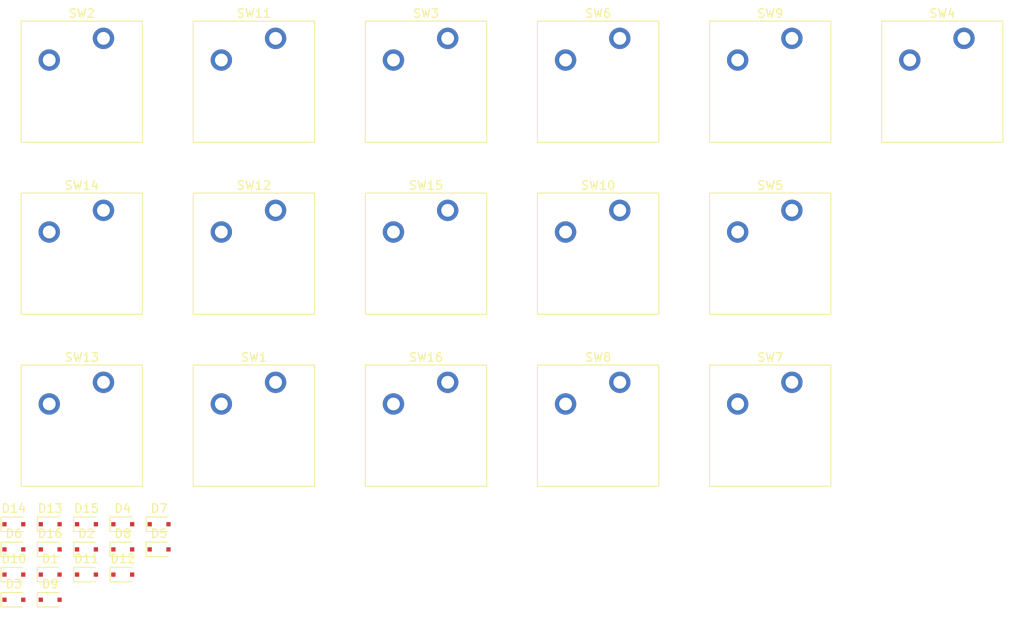
<source format=kicad_pcb>
(kicad_pcb (version 20211014) (generator pcbnew)
  (layers (0 "F.Cu" signal) (31 "B.Cu" signal) (34 "B.Paste" user) (35 "F.Paste" user) (36 "B.SilkS" user "B.Silkscreen") (37 "F.SilkS" user "F.Silkscreen") (38 "B.Mask" user) (39 "F.Mask" user) (44 "Edge.Cuts" user))
  (net 0 "")
  (net 1 "ROW0")
  (net 2 "Net-(SW1-Pad2)")
  (net 3 "Net-(D2-Pad2)")
  (net 4 "Net-(D3-Pad2)")
  (net 5 "Net-(D4-Pad2)")
  (net 6 "ROW1")
  (net 7 "Net-(D5-Pad2)")
  (net 8 "Net-(D6-Pad2)")
  (net 9 "Net-(D7-Pad2)")
  (net 10 "Net-(D8-Pad2)")
  (net 11 "ROW2")
  (net 12 "Net-(D9-Pad2)")
  (net 13 "Net-(D10-Pad2)")
  (net 14 "Net-(D11-Pad2)")
  (net 15 "Net-(D12-Pad2)")
  (net 16 "ROW3")
  (net 17 "Net-(D13-Pad2)")
  (net 18 "Net-(D14-Pad2)")
  (net 19 "Net-(D15-Pad2)")
  (net 20 "Net-(D16-Pad2)")
  (net 21 "COL0")
  (net 22 "COL1")
  (net 23 "COL2")
  (net 24 "COL3")
  (footprint "Switch_Keyboard_Cherry_MX:SW_Cherry_MX_PCB_1.00u" (layer "F.Cu") (at 88.9 -65.7)
    (fp_text reference "SW9" (at 0 -8) (layer "F.SilkS"))
    (fp_text value "SW_Push")
    (fp_line (start 7.1 -7.1) (end -7.1 -7.1) (layer "F.SilkS") (width 0.12))
    (fp_line (start -7.1 -7.1) (end -7.1 7.1) (layer "F.SilkS") (width 0.12))
    (fp_line (start 7.1 7.1) (end 7.1 -7.1) (layer "F.SilkS") (width 0.12))
    (fp_line (start -7.1 7.1) (end 7.1 7.1) (layer "F.SilkS") (width 0.12))
    (pad "" np_thru_hole circle locked (at -5.08 0) (size 1.75 1.75) (drill 1.75) (layers *.Cu *.Mask))
    (pad "" np_thru_hole circle locked (at 0 0) (size 4 4) (drill 4) (layers *.Cu *.Mask))
    (pad "" np_thru_hole circle locked (at 5.08 0) (size 1.75 1.75) (drill 1.75) (layers *.Cu *.Mask))
    (pad "1" thru_hole circle locked (at -3.81 -2.54) (size 2.5 2.5) (drill 1.5) (layers *.Cu "B.Mask") (net 21 "COL0"))
    (pad "2" thru_hole circle locked (at 2.54 -5.08) (size 2.5 2.5) (drill 1.5) (layers *.Cu "B.Mask") (net 12 "Net-(D9-Pad2)"))
  )
  (footprint "Switch_Keyboard_Cherry_MX:SW_Cherry_MX_PCB_1.00u" (layer "F.Cu") (at 68.75 -45.55)
    (fp_text reference "SW10" (at 0 -8) (layer "F.SilkS"))
    (fp_text value "SW_Push")
    (fp_line (start 7.1 -7.1) (end -7.1 -7.1) (layer "F.SilkS") (width 0.12))
    (fp_line (start 7.1 7.1) (end 7.1 -7.1) (layer "F.SilkS") (width 0.12))
    (fp_line (start -7.1 -7.1) (end -7.1 7.1) (layer "F.SilkS") (width 0.12))
    (fp_line (start -7.1 7.1) (end 7.1 7.1) (layer "F.SilkS") (width 0.12))
    (pad "" np_thru_hole circle locked (at 5.08 0) (size 1.75 1.75) (drill 1.75) (layers *.Cu *.Mask))
    (pad "" np_thru_hole circle locked (at 0 0) (size 4 4) (drill 4) (layers *.Cu *.Mask))
    (pad "" np_thru_hole circle locked (at -5.08 0) (size 1.75 1.75) (drill 1.75) (layers *.Cu *.Mask))
    (pad "1" thru_hole circle locked (at -3.81 -2.54) (size 2.5 2.5) (drill 1.5) (layers *.Cu "B.Mask") (net 22 "COL1"))
    (pad "2" thru_hole circle locked (at 2.54 -5.08) (size 2.5 2.5) (drill 1.5) (layers *.Cu "B.Mask") (net 13 "Net-(D10-Pad2)"))
  )
  (footprint "Switch_Keyboard_Cherry_MX:SW_Cherry_MX_PCB_1.00u" (layer "F.Cu") (at 28.45 -45.55)
    (fp_text reference "SW12" (at 0 -8) (layer "F.SilkS"))
    (fp_text value "SW_Push")
    (fp_line (start -7.1 -7.1) (end -7.1 7.1) (layer "F.SilkS") (width 0.12))
    (fp_line (start -7.1 7.1) (end 7.1 7.1) (layer "F.SilkS") (width 0.12))
    (fp_line (start 7.1 -7.1) (end -7.1 -7.1) (layer "F.SilkS") (width 0.12))
    (fp_line (start 7.1 7.1) (end 7.1 -7.1) (layer "F.SilkS") (width 0.12))
    (pad "" np_thru_hole circle locked (at 5.08 0) (size 1.75 1.75) (drill 1.75) (layers *.Cu *.Mask))
    (pad "" np_thru_hole circle locked (at 0 0) (size 4 4) (drill 4) (layers *.Cu *.Mask))
    (pad "" np_thru_hole circle locked (at -5.08 0) (size 1.75 1.75) (drill 1.75) (layers *.Cu *.Mask))
    (pad "1" thru_hole circle locked (at -3.81 -2.54) (size 2.5 2.5) (drill 1.5) (layers *.Cu "B.Mask") (net 24 "COL3"))
    (pad "2" thru_hole circle locked (at 2.54 -5.08) (size 2.5 2.5) (drill 1.5) (layers *.Cu "B.Mask") (net 15 "Net-(D12-Pad2)"))
  )
  (footprint "Diode_SMD:D_SOD-323F" (layer "F.Cu") (at 13.1 -7.95)
    (fp_text reference "D12" (at 0 -1.85) (layer "F.SilkS"))
    (fp_text value "D")
    (fp_line (start -1.5 -0.85) (end 1.05 -0.85) (layer "F.SilkS") (width 0.12))
    (fp_line (start -1.5 -0.85) (end -1.5 0.85) (layer "F.SilkS") (width 0.12))
    (fp_line (start -1.5 0.85) (end 1.05 0.85) (layer "F.SilkS") (width 0.12))
    (pad "1" smd rect (at -1.1 0) (size 0.5 0.5) (layers "F.Cu" "F.Paste" "F.Mask") (net 11 "ROW2"))
    (pad "2" smd rect (at 1.1 0) (size 0.5 0.5) (layers "F.Cu" "F.Paste" "F.Mask") (net 15 "Net-(D12-Pad2)"))
  )
  (footprint "Diode_SMD:D_SOD-323F" (layer "F.Cu") (at 8.85 -13.85)
    (fp_text reference "D15" (at 0 -1.85) (layer "F.SilkS"))
    (fp_text value "D")
    (fp_line (start -1.5 -0.85) (end -1.5 0.85) (layer "F.SilkS") (width 0.12))
    (fp_line (start -1.5 0.85) (end 1.05 0.85) (layer "F.SilkS") (width 0.12))
    (fp_line (start -1.5 -0.85) (end 1.05 -0.85) (layer "F.SilkS") (width 0.12))
    (pad "1" smd rect (at -1.1 0) (size 0.5 0.5) (layers "F.Cu" "F.Paste" "F.Mask") (net 16 "ROW3"))
    (pad "2" smd rect (at 1.1 0) (size 0.5 0.5) (layers "F.Cu" "F.Paste" "F.Mask") (net 19 "Net-(D15-Pad2)"))
  )
  (footprint "Switch_Keyboard_Cherry_MX:SW_Cherry_MX_PCB_1.00u" (layer "F.Cu") (at 88.9 -45.55)
    (fp_text reference "SW5" (at 0 -8) (layer "F.SilkS"))
    (fp_text value "SW_Push")
    (fp_line (start 7.1 -7.1) (end -7.1 -7.1) (layer "F.SilkS") (width 0.12))
    (fp_line (start 7.1 7.1) (end 7.1 -7.1) (layer "F.SilkS") (width 0.12))
    (fp_line (start -7.1 7.1) (end 7.1 7.1) (layer "F.SilkS") (width 0.12))
    (fp_line (start -7.1 -7.1) (end -7.1 7.1) (layer "F.SilkS") (width 0.12))
    (pad "" np_thru_hole circle locked (at 5.08 0) (size 1.75 1.75) (drill 1.75) (layers *.Cu *.Mask))
    (pad "" np_thru_hole circle locked (at -5.08 0) (size 1.75 1.75) (drill 1.75) (layers *.Cu *.Mask))
    (pad "" np_thru_hole circle locked (at 0 0) (size 4 4) (drill 4) (layers *.Cu *.Mask))
    (pad "1" thru_hole circle locked (at -3.81 -2.54) (size 2.5 2.5) (drill 1.5) (layers *.Cu "B.Mask") (net 21 "COL0"))
    (pad "2" thru_hole circle locked (at 2.54 -5.08) (size 2.5 2.5) (drill 1.5) (layers *.Cu "B.Mask") (net 7 "Net-(D5-Pad2)"))
  )
  (footprint "Diode_SMD:D_SOD-323F" (layer "F.Cu") (at 4.6 -5)
    (fp_text reference "D9" (at 0 -1.85) (layer "F.SilkS"))
    (fp_text value "D")
    (fp_line (start -1.5 -0.85) (end 1.05 -0.85) (layer "F.SilkS") (width 0.12))
    (fp_line (start -1.5 0.85) (end 1.05 0.85) (layer "F.SilkS") (width 0.12))
    (fp_line (start -1.5 -0.85) (end -1.5 0.85) (layer "F.SilkS") (width 0.12))
    (pad "1" smd rect (at -1.1 0) (size 0.5 0.5) (layers "F.Cu" "F.Paste" "F.Mask") (net 11 "ROW2"))
    (pad "2" smd rect (at 1.1 0) (size 0.5 0.5) (layers "F.Cu" "F.Paste" "F.Mask") (net 12 "Net-(D9-Pad2)"))
  )
  (footprint "Switch_Keyboard_Cherry_MX:SW_Cherry_MX_PCB_1.00u" (layer "F.Cu") (at 68.75 -25.4)
    (fp_text reference "SW8" (at 0 -8) (layer "F.SilkS"))
    (fp_text value "SW_Push")
    (fp_line (start 7.1 7.1) (end 7.1 -7.1) (layer "F.SilkS") (width 0.12))
    (fp_line (start -7.1 7.1) (end 7.1 7.1) (layer "F.SilkS") (width 0.12))
    (fp_line (start 7.1 -7.1) (end -7.1 -7.1) (layer "F.SilkS") (width 0.12))
    (fp_line (start -7.1 -7.1) (end -7.1 7.1) (layer "F.SilkS") (width 0.12))
    (pad "" np_thru_hole circle locked (at 5.08 0) (size 1.75 1.75) (drill 1.75) (layers *.Cu *.Mask))
    (pad "" np_thru_hole circle locked (at 0 0) (size 4 4) (drill 4) (layers *.Cu *.Mask))
    (pad "" np_thru_hole circle locked (at -5.08 0) (size 1.75 1.75) (drill 1.75) (layers *.Cu *.Mask))
    (pad "1" thru_hole circle locked (at -3.81 -2.54) (size 2.5 2.5) (drill 1.5) (layers *.Cu "B.Mask") (net 24 "COL3"))
    (pad "2" thru_hole circle locked (at 2.54 -5.08) (size 2.5 2.5) (drill 1.5) (layers *.Cu "B.Mask") (net 10 "Net-(D8-Pad2)"))
  )
  (footprint "Switch_Keyboard_Cherry_MX:SW_Cherry_MX_PCB_1.00u" (layer "F.Cu") (at 28.45 -65.7)
    (fp_text reference "SW11" (at 0 -8) (layer "F.SilkS"))
    (fp_text value "SW_Push")
    (fp_line (start -7.1 -7.1) (end -7.1 7.1) (layer "F.SilkS") (width 0.12))
    (fp_line (start 7.1 -7.1) (end -7.1 -7.1) (layer "F.SilkS") (width 0.12))
    (fp_line (start -7.1 7.1) (end 7.1 7.1) (layer "F.SilkS") (width 0.12))
    (fp_line (start 7.1 7.1) (end 7.1 -7.1) (layer "F.SilkS") (width 0.12))
    (pad "" np_thru_hole circle locked (at -5.08 0) (size 1.75 1.75) (drill 1.75) (layers *.Cu *.Mask))
    (pad "" np_thru_hole circle locked (at 5.08 0) (size 1.75 1.75) (drill 1.75) (layers *.Cu *.Mask))
    (pad "" np_thru_hole circle locked (at 0 0) (size 4 4) (drill 4) (layers *.Cu *.Mask))
    (pad "1" thru_hole circle locked (at -3.81 -2.54) (size 2.5 2.5) (drill 1.5) (layers *.Cu "B.Mask") (net 23 "COL2"))
    (pad "2" thru_hole circle locked (at 2.54 -5.08) (size 2.5 2.5) (drill 1.5) (layers *.Cu "B.Mask") (net 14 "Net-(D11-Pad2)"))
  )
  (footprint "Diode_SMD:D_SOD-323F" (layer "F.Cu") (at 0.35 -13.85)
    (fp_text reference "D14" (at 0 -1.85) (layer "F.SilkS"))
    (fp_text value "D")
    (fp_line (start -1.5 0.85) (end 1.05 0.85) (layer "F.SilkS") (width 0.12))
    (fp_line (start -1.5 -0.85) (end 1.05 -0.85) (layer "F.SilkS") (width 0.12))
    (fp_line (start -1.5 -0.85) (end -1.5 0.85) (layer "F.SilkS") (width 0.12))
    (pad "1" smd rect (at -1.1 0) (size 0.5 0.5) (layers "F.Cu" "F.Paste" "F.Mask") (net 16 "ROW3"))
    (pad "2" smd rect (at 1.1 0) (size 0.5 0.5) (layers "F.Cu" "F.Paste" "F.Mask") (net 18 "Net-(D14-Pad2)"))
  )
  (footprint "Switch_Keyboard_Cherry_MX:SW_Cherry_MX_PCB_1.00u" (layer "F.Cu") (at 48.6 -65.7)
    (fp_text reference "SW3" (at 0 -8) (layer "F.SilkS"))
    (fp_text value "SW_Push")
    (fp_line (start -7.1 -7.1) (end -7.1 7.1) (layer "F.SilkS") (width 0.12))
    (fp_line (start -7.1 7.1) (end 7.1 7.1) (layer "F.SilkS") (width 0.12))
    (fp_line (start 7.1 -7.1) (end -7.1 -7.1) (layer "F.SilkS") (width 0.12))
    (fp_line (start 7.1 7.1) (end 7.1 -7.1) (layer "F.SilkS") (width 0.12))
    (pad "" np_thru_hole circle locked (at 5.08 0) (size 1.75 1.75) (drill 1.75) (layers *.Cu *.Mask))
    (pad "" np_thru_hole circle locked (at 0 0) (size 4 4) (drill 4) (layers *.Cu *.Mask))
    (pad "" np_thru_hole circle locked (at -5.08 0) (size 1.75 1.75) (drill 1.75) (layers *.Cu *.Mask))
    (pad "1" thru_hole circle locked (at -3.81 -2.54) (size 2.5 2.5) (drill 1.5) (layers *.Cu "B.Mask") (net 23 "COL2"))
    (pad "2" thru_hole circle locked (at 2.54 -5.08) (size 2.5 2.5) (drill 1.5) (layers *.Cu "B.Mask") (net 4 "Net-(D3-Pad2)"))
  )
  (footprint "Diode_SMD:D_SOD-323F" (layer "F.Cu") (at 13.1 -10.9)
    (fp_text reference "D8" (at 0 -1.85) (layer "F.SilkS"))
    (fp_text value "D")
    (fp_line (start -1.5 -0.85) (end 1.05 -0.85) (layer "F.SilkS") (width 0.12))
    (fp_line (start -1.5 0.85) (end 1.05 0.85) (layer "F.SilkS") (width 0.12))
    (fp_line (start -1.5 -0.85) (end -1.5 0.85) (layer "F.SilkS") (width 0.12))
    (pad "1" smd rect (at -1.1 0) (size 0.5 0.5) (layers "F.Cu" "F.Paste" "F.Mask") (net 6 "ROW1"))
    (pad "2" smd rect (at 1.1 0) (size 0.5 0.5) (layers "F.Cu" "F.Paste" "F.Mask") (net 10 "Net-(D8-Pad2)"))
  )
  (footprint "Switch_Keyboard_Cherry_MX:SW_Cherry_MX_PCB_1.00u" (layer "F.Cu") (at 8.3 -25.4)
    (fp_text reference "SW13" (at 0 -8) (layer "F.SilkS"))
    (fp_text value "SW_Push")
    (fp_line (start -7.1 7.1) (end 7.1 7.1) (layer "F.SilkS") (width 0.12))
    (fp_line (start 7.1 -7.1) (end -7.1 -7.1) (layer "F.SilkS") (width 0.12))
    (fp_line (start 7.1 7.1) (end 7.1 -7.1) (layer "F.SilkS") (width 0.12))
    (fp_line (start -7.1 -7.1) (end -7.1 7.1) (layer "F.SilkS") (width 0.12))
    (pad "" np_thru_hole circle locked (at 5.08 0) (size 1.75 1.75) (drill 1.75) (layers *.Cu *.Mask))
    (pad "" np_thru_hole circle locked (at -5.08 0) (size 1.75 1.75) (drill 1.75) (layers *.Cu *.Mask))
    (pad "" np_thru_hole circle locked (at 0 0) (size 4 4) (drill 4) (layers *.Cu *.Mask))
    (pad "1" thru_hole circle locked (at -3.81 -2.54) (size 2.5 2.5) (drill 1.5) (layers *.Cu "B.Mask") (net 21 "COL0"))
    (pad "2" thru_hole circle locked (at 2.54 -5.08) (size 2.5 2.5) (drill 1.5) (layers *.Cu "B.Mask") (net 17 "Net-(D13-Pad2)"))
  )
  (footprint "Diode_SMD:D_SOD-323F" (layer "F.Cu") (at 13.1 -13.85)
    (fp_text reference "D4" (at 0 -1.85) (layer "F.SilkS"))
    (fp_text value "D")
    (fp_line (start -1.5 -0.85) (end -1.5 0.85) (layer "F.SilkS") (width 0.12))
    (fp_line (start -1.5 -0.85) (end 1.05 -0.85) (layer "F.SilkS") (width 0.12))
    (fp_line (start -1.5 0.85) (end 1.05 0.85) (layer "F.SilkS") (width 0.12))
    (pad "1" smd rect (at -1.1 0) (size 0.5 0.5) (layers "F.Cu" "F.Paste" "F.Mask") (net 1 "ROW0"))
    (pad "2" smd rect (at 1.1 0) (size 0.5 0.5) (layers "F.Cu" "F.Paste" "F.Mask") (net 5 "Net-(D4-Pad2)"))
  )
  (footprint "Switch_Keyboard_Cherry_MX:SW_Cherry_MX_PCB_1.00u" (layer "F.Cu") (at 68.75 -65.7)
    (fp_text reference "SW6" (at 0 -8) (layer "F.SilkS"))
    (fp_text value "SW_Push")
    (fp_line (start 7.1 -7.1) (end -7.1 -7.1) (layer "F.SilkS") (width 0.12))
    (fp_line (start -7.1 7.1) (end 7.1 7.1) (layer "F.SilkS") (width 0.12))
    (fp_line (start 7.1 7.1) (end 7.1 -7.1) (layer "F.SilkS") (width 0.12))
    (fp_line (start -7.1 -7.1) (end -7.1 7.1) (layer "F.SilkS") (width 0.12))
    (pad "" np_thru_hole circle locked (at 5.08 0) (size 1.75 1.75) (drill 1.75) (layers *.Cu *.Mask))
    (pad "" np_thru_hole circle locked (at 0 0) (size 4 4) (drill 4) (layers *.Cu *.Mask))
    (pad "" np_thru_hole circle locked (at -5.08 0) (size 1.75 1.75) (drill 1.75) (layers *.Cu *.Mask))
    (pad "1" thru_hole circle locked (at -3.81 -2.54) (size 2.5 2.5) (drill 1.5) (layers *.Cu "B.Mask") (net 22 "COL1"))
    (pad "2" thru_hole circle locked (at 2.54 -5.08) (size 2.5 2.5) (drill 1.5) (layers *.Cu "B.Mask") (net 8 "Net-(D6-Pad2)"))
  )
  (footprint "Diode_SMD:D_SOD-323F" (layer "F.Cu") (at 0.35 -5)
    (fp_text reference "D3" (at 0 -1.85) (layer "F.SilkS"))
    (fp_text value "D")
    (fp_line (start -1.5 -0.85) (end -1.5 0.85) (layer "F.SilkS") (width 0.12))
    (fp_line (start -1.5 -0.85) (end 1.05 -0.85) (layer "F.SilkS") (width 0.12))
    (fp_line (start -1.5 0.85) (end 1.05 0.85) (layer "F.SilkS") (width 0.12))
    (pad "1" smd rect (at -1.1 0) (size 0.5 0.5) (layers "F.Cu" "F.Paste" "F.Mask") (net 1 "ROW0"))
    (pad "2" smd rect (at 1.1 0) (size 0.5 0.5) (layers "F.Cu" "F.Paste" "F.Mask") (net 4 "Net-(D3-Pad2)"))
  )
  (footprint "Diode_SMD:D_SOD-323F" (layer "F.Cu") (at 17.35 -13.85)
    (fp_text reference "D7" (at 0 -1.85) (layer "F.SilkS"))
    (fp_text value "D")
    (fp_line (start -1.5 -0.85) (end 1.05 -0.85) (layer "F.SilkS") (width 0.12))
    (fp_line (start -1.5 0.85) (end 1.05 0.85) (layer "F.SilkS") (width 0.12))
    (fp_line (start -1.5 -0.85) (end -1.5 0.85) (layer "F.SilkS") (width 0.12))
    (pad "1" smd rect (at -1.1 0) (size 0.5 0.5) (layers "F.Cu" "F.Paste" "F.Mask") (net 6 "ROW1"))
    (pad "2" smd rect (at 1.1 0) (size 0.5 0.5) (layers "F.Cu" "F.Paste" "F.Mask") (net 9 "Net-(D7-Pad2)"))
  )
  (footprint "Switch_Keyboard_Cherry_MX:SW_Cherry_MX_PCB_1.00u" (layer "F.Cu") (at 8.3 -45.55)
    (fp_text reference "SW14" (at 0 -8) (layer "F.SilkS"))
    (fp_text value "SW_Push")
    (fp_line (start -7.1 7.1) (end 7.1 7.1) (layer "F.SilkS") (width 0.12))
    (fp_line (start -7.1 -7.1) (end -7.1 7.1) (layer "F.SilkS") (width 0.12))
    (fp_line (start 7.1 7.1) (end 7.1 -7.1) (layer "F.SilkS") (width 0.12))
    (fp_line (start 7.1 -7.1) (end -7.1 -7.1) (layer "F.SilkS") (width 0.12))
    (pad "" np_thru_hole circle locked (at 0 0) (size 4 4) (drill 4) (layers *.Cu *.Mask))
    (pad "" np_thru_hole circle locked (at -5.08 0) (size 1.75 1.75) (drill 1.75) (layers *.Cu *.Mask))
    (pad "" np_thru_hole circle locked (at 5.08 0) (size 1.75 1.75) (drill 1.75) (layers *.Cu *.Mask))
    (pad "1" thru_hole circle locked (at -3.81 -2.54) (size 2.5 2.5) (drill 1.5) (layers *.Cu "B.Mask") (net 22 "COL1"))
    (pad "2" thru_hole circle locked (at 2.54 -5.08) (size 2.5 2.5) (drill 1.5) (layers *.Cu "B.Mask") (net 18 "Net-(D14-Pad2)"))
  )
  (footprint "Diode_SMD:D_SOD-323F" (layer "F.Cu") (at 4.6 -7.95)
    (fp_text reference "D1" (at 0 -1.85) (layer "F.SilkS"))
    (fp_text value "D")
    (fp_line (start -1.5 0.85) (end 1.05 0.85) (layer "F.SilkS") (width 0.12))
    (fp_line (start -1.5 -0.85) (end -1.5 0.85) (layer "F.SilkS") (width 0.12))
    (fp_line (start -1.5 -0.85) (end 1.05 -0.85) (layer "F.SilkS") (width 0.12))
    (pad "1" smd rect (at -1.1 0) (size 0.5 0.5) (layers "F.Cu" "F.Paste" "F.Mask") (net 1 "ROW0"))
    (pad "2" smd rect (at 1.1 0) (size 0.5 0.5) (layers "F.Cu" "F.Paste" "F.Mask") (net 2 "Net-(SW1-Pad2)"))
  )
  (footprint "Diode_SMD:D_SOD-323F" (layer "F.Cu") (at 0.35 -7.95)
    (fp_text reference "D10" (at 0 -1.85) (layer "F.SilkS"))
    (fp_text value "D")
    (fp_line (start -1.5 -0.85) (end 1.05 -0.85) (layer "F.SilkS") (width 0.12))
    (fp_line (start -1.5 0.85) (end 1.05 0.85) (layer "F.SilkS") (width 0.12))
    (fp_line (start -1.5 -0.85) (end -1.5 0.85) (layer "F.SilkS") (width 0.12))
    (pad "1" smd rect (at -1.1 0) (size 0.5 0.5) (layers "F.Cu" "F.Paste" "F.Mask") (net 11 "ROW2"))
    (pad "2" smd rect (at 1.1 0) (size 0.5 0.5) (layers "F.Cu" "F.Paste" "F.Mask") (net 13 "Net-(D10-Pad2)"))
  )
  (footprint "Diode_SMD:D_SOD-323F" (layer "F.Cu") (at 4.6 -10.9)
    (fp_text reference "D16" (at 0 -1.85) (layer "F.SilkS"))
    (fp_text value "D")
    (fp_line (start -1.5 -0.85) (end 1.05 -0.85) (layer "F.SilkS") (width 0.12))
    (fp_line (start -1.5 0.85) (end 1.05 0.85) (layer "F.SilkS") (width 0.12))
    (fp_line (start -1.5 -0.85) (end -1.5 0.85) (layer "F.SilkS") (width 0.12))
    (pad "1" smd rect (at -1.1 0) (size 0.5 0.5) (layers "F.Cu" "F.Paste" "F.Mask") (net 16 "ROW3"))
    (pad "2" smd rect (at 1.1 0) (size 0.5 0.5) (layers "F.Cu" "F.Paste" "F.Mask") (net 20 "Net-(D16-Pad2)"))
  )
  (footprint "Switch_Keyboard_Cherry_MX:SW_Cherry_MX_PCB_1.00u" (layer "F.Cu") (at 48.6 -45.55)
    (fp_text reference "SW15" (at 0 -8) (layer "F.SilkS"))
    (fp_text value "SW_Push")
    (fp_line (start 7.1 7.1) (end 7.1 -7.1) (layer "F.SilkS") (width 0.12))
    (fp_line (start 7.1 -7.1) (end -7.1 -7.1) (layer "F.SilkS") (width 0.12))
    (fp_line (start -7.1 7.1) (end 7.1 7.1) (layer "F.SilkS") (width 0.12))
    (fp_line (start -7.1 -7.1) (end -7.1 7.1) (layer "F.SilkS") (width 0.12))
    (pad "" np_thru_hole circle locked (at 5.08 0) (size 1.75 1.75) (drill 1.75) (layers *.Cu *.Mask))
    (pad "" np_thru_hole circle locked (at -5.08 0) (size 1.75 1.75) (drill 1.75) (layers *.Cu *.Mask))
    (pad "" np_thru_hole circle locked (at 0 0) (size 4 4) (drill 4) (layers *.Cu *.Mask))
    (pad "1" thru_hole circle locked (at -3.81 -2.54) (size 2.5 2.5) (drill 1.5) (layers *.Cu "B.Mask") (net 23 "COL2"))
    (pad "2" thru_hole circle locked (at 2.54 -5.08) (size 2.5 2.5) (drill 1.5) (layers *.Cu "B.Mask") (net 19 "Net-(D15-Pad2)"))
  )
  (footprint "Switch_Keyboard_Cherry_MX:SW_Cherry_MX_PCB_1.00u" (layer "F.Cu") (at 109.05 -65.7)
    (fp_text reference "SW4" (at 0 -8) (layer "F.SilkS"))
    (fp_text value "SW_Push")
    (fp_line (start 7.1 7.1) (end 7.1 -7.1) (layer "F.SilkS") (width 0.12))
    (fp_line (start -7.1 -7.1) (end -7.1 7.1) (layer "F.SilkS") (width 0.12))
    (fp_line (start -7.1 7.1) (end 7.1 7.1) (layer "F.SilkS") (width 0.12))
    (fp_line (start 7.1 -7.1) (end -7.1 -7.1) (layer "F.SilkS") (width 0.12))
    (pad "" np_thru_hole circle locked (at 0 0) (size 4 4) (drill 4) (layers *.Cu *.Mask))
    (pad "" np_thru_hole circle locked (at -5.08 0) (size 1.75 1.75) (drill 1.75) (layers *.Cu *.Mask))
    (pad "" np_thru_hole circle locked (at 5.08 0) (size 1.75 1.75) (drill 1.75) (layers *.Cu *.Mask))
    (pad "1" thru_hole circle locked (at -3.81 -2.54) (size 2.5 2.5) (drill 1.5) (layers *.Cu "B.Mask") (net 24 "COL3"))
    (pad "2" thru_hole circle locked (at 2.54 -5.08) (size 2.5 2.5) (drill 1.5) (layers *.Cu "B.Mask") (net 5 "Net-(D4-Pad2)"))
  )
  (footprint "Diode_SMD:D_SOD-323F" (layer "F.Cu") (at 4.6 -13.85)
    (fp_text reference "D13" (at 0 -1.85) (layer "F.SilkS"))
    (fp_text value "D")
    (fp_line (start -1.5 0.85) (end 1.05 0.85) (layer "F.SilkS") (width 0.12))
    (fp_line (start -1.5 -0.85) (end -1.5 0.85) (layer "F.SilkS") (width 0.12))
    (fp_line (start -1.5 -0.85) (end 1.05 -0.85) (layer "F.SilkS") (width 0.12))
    (pad "1" smd rect (at -1.1 0) (size 0.5 0.5) (layers "F.Cu" "F.Paste" "F.Mask") (net 16 "ROW3"))
    (pad "2" smd rect (at 1.1 0) (size 0.5 0.5) (layers "F.Cu" "F.Paste" "F.Mask") (net 17 "Net-(D13-Pad2)"))
  )
  (footprint "Diode_SMD:D_SOD-323F" (layer "F.Cu") (at 8.85 -7.95)
    (fp_text reference "D11" (at 0 -1.85) (layer "F.SilkS"))
    (fp_text value "D")
    (fp_line (start -1.5 0.85) (end 1.05 0.85) (layer "F.SilkS") (width 0.12))
    (fp_line (start -1.5 -0.85) (end 1.05 -0.85) (layer "F.SilkS") (width 0.12))
    (fp_line (start -1.5 -0.85) (end -1.5 0.85) (layer "F.SilkS") (width 0.12))
    (pad "1" smd rect (at -1.1 0) (size 0.5 0.5) (layers "F.Cu" "F.Paste" "F.Mask") (net 11 "ROW2"))
    (pad "2" smd rect (at 1.1 0) (size 0.5 0.5) (layers "F.Cu" "F.Paste" "F.Mask") (net 14 "Net-(D11-Pad2)"))
  )
  (footprint "Switch_Keyboard_Cherry_MX:SW_Cherry_MX_PCB_1.00u" (layer "F.Cu") (at 88.9 -25.4)
    (fp_text reference "SW7" (at 0 -8) (layer "F.SilkS"))
    (fp_text value "SW_Push")
    (fp_line (start -7.1 -7.1) (end -7.1 7.1) (layer "F.SilkS") (width 0.12))
    (fp_line (start 7.1 -7.1) (end -7.1 -7.1) (layer "F.SilkS") (width 0.12))
    (fp_line (start -7.1 7.1) (end 7.1 7.1) (layer "F.SilkS") (width 0.12))
    (fp_line (start 7.1 7.1) (end 7.1 -7.1) (layer "F.SilkS") (width 0.12))
    (pad "" np_thru_hole circle locked (at 0 0) (size 4 4) (drill 4) (layers *.Cu *.Mask))
    (pad "" np_thru_hole circle locked (at -5.08 0) (size 1.75 1.75) (drill 1.75) (layers *.Cu *.Mask))
    (pad "" np_thru_hole circle locked (at 5.08 0) (size 1.75 1.75) (drill 1.75) (layers *.Cu *.Mask))
    (pad "1" thru_hole circle locked (at -3.81 -2.54) (size 2.5 2.5) (drill 1.5) (layers *.Cu "B.Mask") (net 23 "COL2"))
    (pad "2" thru_hole circle locked (at 2.54 -5.08) (size 2.5 2.5) (drill 1.5) (layers *.Cu "B.Mask") (net 9 "Net-(D7-Pad2)"))
  )
  (footprint "Diode_SMD:D_SOD-323F" (layer "F.Cu") (at 0.35 -10.9)
    (fp_text reference "D6" (at 0 -1.85) (layer "F.SilkS"))
    (fp_text value "D")
    (fp_line (start -1.5 0.85) (end 1.05 0.85) (layer "F.SilkS") (width 0.12))
    (fp_line (start -1.5 -0.85) (end -1.5 0.85) (layer "F.SilkS") (width 0.12))
    (fp_line (start -1.5 -0.85) (end 1.05 -0.85) (layer "F.SilkS") (width 0.12))
    (pad "1" smd rect (at -1.1 0) (size 0.5 0.5) (layers "F.Cu" "F.Paste" "F.Mask") (net 6 "ROW1"))
    (pad "2" smd rect (at 1.1 0) (size 0.5 0.5) (layers "F.Cu" "F.Paste" "F.Mask") (net 8 "Net-(D6-Pad2)"))
  )
  (footprint "Switch_Keyboard_Cherry_MX:SW_Cherry_MX_PCB_1.00u" (layer "F.Cu") (at 8.3 -65.7)
    (fp_text reference "SW2" (at 0 -8) (layer "F.SilkS"))
    (fp_text value "SW_Push")
    (fp_line (start -7.1 -7.1) (end -7.1 7.1) (layer "F.SilkS") (width 0.12))
    (fp_line (start -7.1 7.1) (end 7.1 7.1) (layer "F.SilkS") (width 0.12))
    (fp_line (start 7.1 -7.1) (end -7.1 -7.1) (layer "F.SilkS") (width 0.12))
    (fp_line (start 7.1 7.1) (end 7.1 -7.1) (layer "F.SilkS") (width 0.12))
    (pad "" np_thru_hole circle locked (at 5.08 0) (size 1.75 1.75) (drill 1.75) (layers *.Cu *.Mask))
    (pad "" np_thru_hole circle locked (at 0 0) (size 4 4) (drill 4) (layers *.Cu *.Mask))
    (pad "" np_thru_hole circle locked (at -5.08 0) (size 1.75 1.75) (drill 1.75) (layers *.Cu *.Mask))
    (pad "1" thru_hole circle locked (at -3.81 -2.54) (size 2.5 2.5) (drill 1.5) (layers *.Cu "B.Mask") (net 22 "COL1"))
    (pad "2" thru_hole circle locked (at 2.54 -5.08) (size 2.5 2.5) (drill 1.5) (layers *.Cu "B.Mask") (net 3 "Net-(D2-Pad2)"))
  )
  (footprint "Diode_SMD:D_SOD-323F" (layer "F.Cu") (at 17.35 -10.9)
    (fp_text reference "D5" (at 0 -1.85) (layer "F.SilkS"))
    (fp_text value "D")
    (fp_line (start -1.5 0.85) (end 1.05 0.85) (layer "F.SilkS") (width 0.12))
    (fp_line (start -1.5 -0.85) (end -1.5 0.85) (layer "F.SilkS") (width 0.12))
    (fp_line (start -1.5 -0.85) (end 1.05 -0.85) (layer "F.SilkS") (width 0.12))
    (pad "1" smd rect (at -1.1 0) (size 0.5 0.5) (layers "F.Cu" "F.Paste" "F.Mask") (net 6 "ROW1"))
    (pad "2" smd rect (at 1.1 0) (size 0.5 0.5) (layers "F.Cu" "F.Paste" "F.Mask") (net 7 "Net-(D5-Pad2)"))
  )
  (footprint "Switch_Keyboard_Cherry_MX:SW_Cherry_MX_PCB_1.00u" (layer "F.Cu") (at 48.6 -25.4)
    (fp_text reference "SW16" (at 0 -8) (layer "F.SilkS"))
    (fp_text value "SW_Push")
    (fp_line (start 7.1 -7.1) (end -7.1 -7.1) (layer "F.SilkS") (width 0.12))
    (fp_line (start -7.1 -7.1) (end -7.1 7.1) (layer "F.SilkS") (width 0.12))
    (fp_line (start -7.1 7.1) (end 7.1 7.1) (layer "F.SilkS") (width 0.12))
    (fp_line (start 7.1 7.1) (end 7.1 -7.1) (layer "F.SilkS") (width 0.12))
    (pad "" np_thru_hole circle locked (at 0 0) (size 4 4) (drill 4) (layers *.Cu *.Mask))
    (pad "" np_thru_hole circle locked (at 5.08 0) (size 1.75 1.75) (drill 1.75) (layers *.Cu *.Mask))
    (pad "" np_thru_hole circle locked (at -5.08 0) (size 1.75 1.75) (drill 1.75) (layers *.Cu *.Mask))
    (pad "1" thru_hole circle locked (at -3.81 -2.54) (size 2.5 2.5) (drill 1.5) (layers *.Cu "B.Mask") (net 24 "COL3"))
    (pad "2" thru_hole circle locked (at 2.54 -5.08) (size 2.5 2.5) (drill 1.5) (layers *.Cu "B.Mask") (net 20 "Net-(D16-Pad2)"))
  )
  (footprint "Diode_SMD:D_SOD-323F" (layer "F.Cu") (at 8.85 -10.9)
    (fp_text reference "D2" (at 0 -1.85) (layer "F.SilkS"))
    (fp_text value "D")
    (fp_line (start -1.5 -0.85) (end -1.5 0.85) (layer "F.SilkS") (width 0.12))
    (fp_line (start -1.5 0.85) (end 1.05 0.85) (layer "F.SilkS") (width 0.12))
    (fp_line (start -1.5 -0.85) (end 1.05 -0.85) (layer "F.SilkS") (width 0.12))
    (pad "1" smd rect (at -1.1 0) (size 0.5 0.5) (layers "F.Cu" "F.Paste" "F.Mask") (net 1 "ROW0"))
    (pad "2" smd rect (at 1.1 0) (size 0.5 0.5) (layers "F.Cu" "F.Paste" "F.Mask") (net 3 "Net-(D2-Pad2)"))
  )
  (footprint "Switch_Keyboard_Cherry_MX:SW_Cherry_MX_PCB_1.00u" (layer "F.Cu") (at 28.45 -25.4)
    (fp_text reference "SW1" (at 0 -8) (layer "F.SilkS"))
    (fp_text value "SW_Push")
    (fp_line (start -7.1 7.1) (end 7.1 7.1) (layer "F.SilkS") (width 0.12))
    (fp_line (start -7.1 -7.1) (end -7.1 7.1) (layer "F.SilkS") (width 0.12))
    (fp_line (start 7.1 -7.1) (end -7.1 -7.1) (layer "F.SilkS") (width 0.12))
    (fp_line (start 7.1 7.1) (end 7.1 -7.1) (layer "F.SilkS") (width 0.12))
    (pad "" np_thru_hole circle locked (at -5.08 0) (size 1.75 1.75) (drill 1.75) (layers *.Cu *.Mask))
    (pad "" np_thru_hole circle locked (at 5.08 0) (size 1.75 1.75) (drill 1.75) (layers *.Cu *.Mask))
    (pad "" np_thru_hole circle locked (at 0 0) (size 4 4) (drill 4) (layers *.Cu *.Mask))
    (pad "1" thru_hole circle locked (at -3.81 -2.54) (size 2.5 2.5) (drill 1.5) (layers *.Cu "B.Mask") (net 21 "COL0"))
    (pad "2" thru_hole circle locked (at 2.54 -5.08) (size 2.5 2.5) (drill 1.5) (layers *.Cu "B.Mask") (net 2 "Net-(SW1-Pad2)"))
  )
)
</source>
